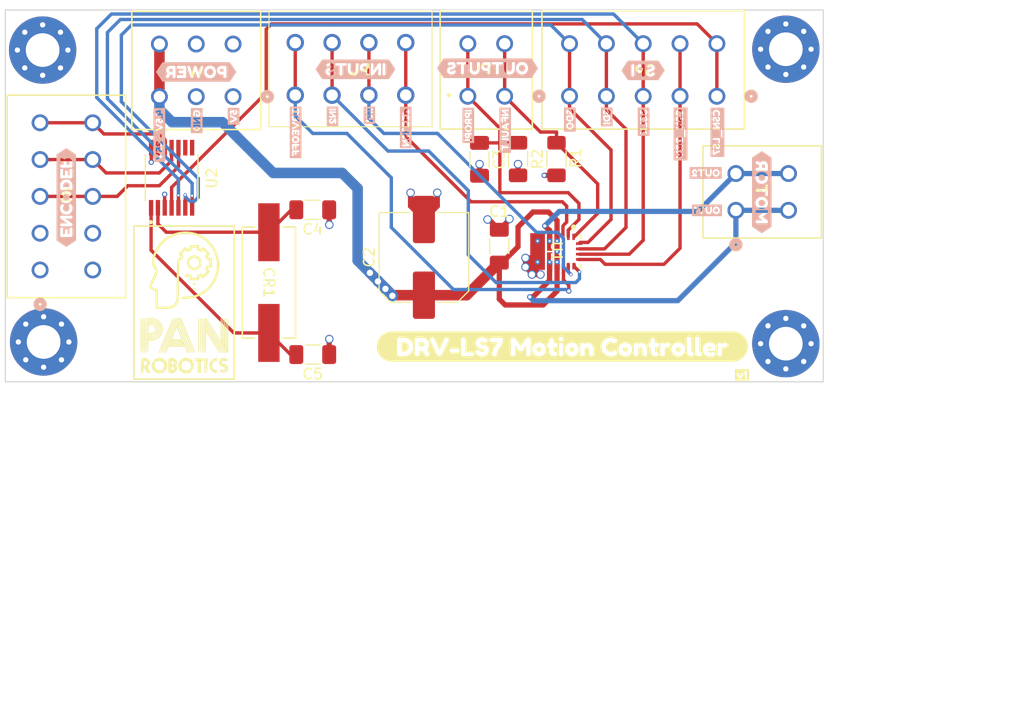
<source format=kicad_pcb>
(kicad_pcb (version 20221018) (generator pcbnew)
  (title_block (title "DRV8243 - LS7366R DC Motion Controller") (date "2024-02-08") (rev "V1") (company "Pan Robotics"))
  (layers (0 "F.Cu" signal) (1 "In1.Cu" power "GND.Cu") (2 "In2.Cu" power "5V.Cu") (31 "B.Cu" signal) (34 "B.Paste" user) (35 "F.Paste" user) (36 "B.SilkS" user "B.Silkscreen") (37 "F.SilkS" user "F.Silkscreen") (38 "B.Mask" user) (39 "F.Mask" user) (44 "Edge.Cuts" user))
  (net 0 "")
  (net 1 "VCC")
  (net 2 "GND")
  (net 3 "IPROPI")
  (net 4 "DRVOFF")
  (net 5 "NFAULT")
  (net 6 "OUT1")
  (net 7 "OUT2")
  (net 8 "SCLK")
  (net 9 "SDI")
  (net 10 "NSLEEP")
  (net 11 "IN2")
  (net 12 "IN1")
  (net 13 "SDO")
  (net 14 "Net-(U2-FCKI)")
  (net 15 "Net-(U2-FCKO)")
  (net 16 "+5V")
  (net 17 "CSN_LS7")
  (net 18 "CSN_DRV")
  (net 19 "I")
  (net 20 "A")
  (net 21 "B")
  (footprint "Resistor_SMD:R_1206_3216Metric_Pad1.30x1.75mm_HandSolder" (layer "F.Cu") (at 112.4712 55.1688 -90)
    (fp_text reference "R1" (at -0.1016 -5.4864 90) (layer "F.SilkS"))
    (fp_text value "5.1K")
    (pad "1" smd roundrect (at -1.55 0 270) (size 1.3 1.75) (layers "F.Cu" "F.Paste" "F.Mask") (roundrect_rratio 0.1923076923) (net 3 "IPROPI"))
    (pad "2" smd roundrect (at 1.55 0 270) (size 1.3 1.75) (layers "F.Cu" "F.Paste" "F.Mask") (roundrect_rratio 0.1923076923) (net 2 "GND"))
  )
  (footprint "1862042 Footprint:CONN_1862042" (layer "F.Cu") (at 107.701198 44.196 180)
    (fp_text reference "J3" (at -1.75 -2.5 180 unlocked) (layer "F.SilkS"))
    (fp_text value "CNTRL_OUT")
    (pad "1" thru_hole circle (at -3.500002 -5 180) (size 1.6002 1.6002) (drill 1.0922) (layers "*.Cu" "*.Mask") (net 5 "NFAULT"))
    (pad "2" thru_hole circle (at -3.500002 0 180) (size 1.6002 1.6002) (drill 1.0922) (layers "*.Cu" "*.Mask") (net 5 "NFAULT"))
    (pad "3" thru_hole circle (at 0.000001 -5 180) (size 1.6002 1.6002) (drill 1.0922) (layers "*.Cu" "*.Mask") (net 3 "IPROPI"))
    (pad "4" thru_hole circle (at 0.000001 0 180) (size 1.6002 1.6002) (drill 1.0922) (layers "*.Cu" "*.Mask") (net 3 "IPROPI"))
  )
  (footprint "DRV8243 Footprint:RXY0014A-MFG" (layer "F.Cu") (at 116.1296 63.964 -90)
    (fp_text reference "U1" (at 0 0 -90 unlocked) (layer "F.SilkS"))
    (fp_text value "DRV8243SQRXYRQ1" hide)
    (pad "1" smd rect (at -1.4 -1.625001 270) (size 0.599999 0.249999) (layers "F.Cu" "F.Paste") (net 5 "NFAULT"))
    (pad "2" smd rect (at -1.4 -1.124999 270) (size 0.599999 0.249999) (layers "F.Cu" "F.Paste") (net 3 "IPROPI"))
    (pad "3" smd rect (at -1.4 -0.625 270) (size 0.599999 0.249999) (layers "F.Cu" "F.Paste") (net 10 "NSLEEP"))
    (pad "4" smd rect (at 0 -0.05 270) (size 3.500001 0.499999) (layers "F.Cu") (net 1 "VCC"))
    (pad "5" smd rect (at -0.9125 0.650001 270) (size 1.675 0.499999) (layers "F.Cu") (net 7 "OUT2"))
    (pad "6" smd rect (at 0 1.799999 270) (size 3.500001 1.4) (layers "F.Cu") (net 2 "GND"))
    (pad "7" smd rect (at 0.9125 0.650001 270) (size 1.675 0.499999) (layers "F.Cu") (net 6 "OUT1"))
    (pad "8" smd rect (at 1.4 -0.625 270) (size 0.599999 0.249999) (layers "F.Cu" "F.Paste") (net 4 "DRVOFF"))
    (pad "9" smd rect (at 1.4 -1.124999 270) (size 0.599999 0.249999) (layers "F.Cu" "F.Paste") (net 12 "IN1"))
    (pad "10" smd rect (at 1.4 -1.625001 270) (size 0.599999 0.249999) (layers "F.Cu" "F.Paste") (net 11 "IN2"))
    (pad "11" smd rect (at 0.750001 -2.150001 270) (size 0.249999 0.599999) (layers "F.Cu" "F.Paste") (net 18 "CSN_DRV"))
    (pad "12" smd rect (at 0.25 -2.150001 270) (size 0.249999 0.599999) (layers "F.Cu" "F.Paste") (net 8 "SCLK"))
    (pad "13" smd rect (at -0.25 -2.150001 270) (size 0.249999 0.599999) (layers "F.Cu" "F.Paste") (net 9 "SDI"))
    (pad "14" smd rect (at -0.750001 -2.150001 270) (size 0.249999 0.599999) (layers "F.Cu" "F.Paste") (net 13 "SDO"))
    (pad "15" thru_hole circle (at -1.000001 -0.05 270) (size 0.499999 0.499999) (drill 0.2032) (layers "*.Cu" "*.Mask"))
    (pad "16" thru_hole circle (at 1.000001 -0.05 270) (size 0.499999 0.499999) (drill 0.2032) (layers "*.Cu" "*.Mask"))
    (pad "17" thru_hole circle (at 0 -0.05 270) (size 0.499999 0.499999) (drill 0.2032) (layers "*.Cu" "*.Mask"))
    (pad "18" thru_hole circle (at -1.000001 0.650001 270) (size 0.499999 0.499999) (drill 0.2032) (layers "*.Cu" "*.Mask"))
    (pad "19" thru_hole circle (at 1.000001 0.650001 270) (size 0.499999 0.499999) (drill 0.2032) (layers "*.Cu" "*.Mask"))
    (pad "20" thru_hole circle (at 1.000001 1.799999 270) (size 0.499999 0.499999) (drill 0.2032) (layers "*.Cu" "*.Mask"))
    (pad "21" thru_hole circle (at -1.000001 1.799999 270) (size 0.499999 0.499999) (drill 0.2032) (layers "*.Cu" "*.Mask"))
  )
  (footprint "1862042 Footprint:CONN_1862042" (layer "F.Cu") (at 138.176 56.545598 90)
    (fp_text reference "J5" (at -1.75 -2.5 90 unlocked) (layer "F.SilkS"))
    (fp_text value "MOTOR")
    (pad "1" thru_hole circle (at -3.500002 -5 90) (size 1.6002 1.6002) (drill 1.0922) (layers "*.Cu" "*.Mask") (net 6 "OUT1"))
    (pad "2" thru_hole circle (at -3.500002 0 90) (size 1.6002 1.6002) (drill 1.0922) (layers "*.Cu" "*.Mask") (net 6 "OUT1"))
    (pad "3" thru_hole circle (at 0.000001 -5 90) (size 1.6002 1.6002) (drill 1.0922) (layers "*.Cu" "*.Mask") (net 7 "OUT2"))
    (pad "4" thru_hole circle (at 0.000001 0 90) (size 1.6002 1.6002) (drill 1.0922) (layers "*.Cu" "*.Mask") (net 7 "OUT2"))
  )
  (footprint "LS7366R_TS Footprint:SOP65P640X120-14N" (layer "F.Cu") (at 79.5528 56.9468 90)
    (fp_text reference "U2" (at -0.0508 3.81 90) (layer "F.SilkS"))
    (fp_text value "LS7366R-TS")
    (pad "1" smd roundrect (at -2.86 -1.95 90) (size 1.49 0.41) (layers "F.Cu" "F.Paste" "F.Mask") (roundrect_rratio 0.05) (net 15 "Net-(U2-FCKO)"))
    (pad "2" smd roundrect (at -2.86 -1.3 90) (size 1.49 0.41) (layers "F.Cu" "F.Paste" "F.Mask") (roundrect_rratio 0.05) (net 14 "Net-(U2-FCKI)"))
    (pad "3" smd roundrect (at -2.86 -0.65 90) (size 1.49 0.41) (layers "F.Cu" "F.Paste" "F.Mask") (roundrect_rratio 0.05) (net 2 "GND"))
    (pad "4" smd roundrect (at -2.86 0 90) (size 1.49 0.41) (layers "F.Cu" "F.Paste" "F.Mask") (roundrect_rratio 0.05) (net 17 "CSN_LS7"))
    (pad "5" smd roundrect (at -2.86 0.65 90) (size 1.49 0.41) (layers "F.Cu" "F.Paste" "F.Mask") (roundrect_rratio 0.05) (net 8 "SCLK"))
    (pad "6" smd roundrect (at -2.86 1.3 90) (size 1.49 0.41) (layers "F.Cu" "F.Paste" "F.Mask") (roundrect_rratio 0.05) (net 13 "SDO"))
    (pad "7" smd roundrect (at -2.86 1.95 90) (size 1.49 0.41) (layers "F.Cu" "F.Paste" "F.Mask") (roundrect_rratio 0.05) (net 9 "SDI"))
    (pad "8" smd roundrect (at 2.86 1.95 90) (size 1.49 0.41) (layers "F.Cu" "F.Paste" "F.Mask") (roundrect_rratio 0.05))
    (pad "9" smd roundrect (at 2.86 1.3 90) (size 1.49 0.41) (layers "F.Cu" "F.Paste" "F.Mask") (roundrect_rratio 0.05))
    (pad "10" smd roundrect (at 2.86 0.65 90) (size 1.49 0.41) (layers "F.Cu" "F.Paste" "F.Mask") (roundrect_rratio 0.05) (net 19 "I"))
    (pad "11" smd roundrect (at 2.86 0 90) (size 1.49 0.41) (layers "F.Cu" "F.Paste" "F.Mask") (roundrect_rratio 0.05) (net 21 "B"))
    (pad "12" smd roundrect (at 2.86 -0.65 90) (size 1.49 0.41) (layers "F.Cu" "F.Paste" "F.Mask") (roundrect_rratio 0.05) (net 20 "A"))
    (pad "13" smd roundrect (at 2.86 -1.3 90) (size 1.49 0.41) (layers "F.Cu" "F.Paste" "F.Mask") (roundrect_rratio 0.05))
    (pad "14" smd roundrect (at 2.86 -1.95 90) (size 1.49 0.41) (layers "F.Cu" "F.Paste" "F.Mask") (roundrect_rratio 0.05) (net 16 "+5V"))
  )
  (footprint "kibuzzard-65C4F368" (layer "F.Cu") (at 116.6876 72.9996)
    (fp_text reference "kibuzzard-65C4F368" hide)
    (fp_text value "G***" hide)
  )
  (footprint "Capacitor_SMD:C_Elec_8x10.2" (layer "F.Cu") (at 103.5304 64.516 90)
    (fp_text reference "C2" (at 0 -5.2 90) (layer "F.SilkS"))
    (fp_text value "100uF")
    (pad "1" smd roundrect (at -3.6 0 90) (size 4.5 2.1) (layers "F.Cu" "F.Paste" "F.Mask") (roundrect_rratio 0.1190480952) (net 1 "VCC"))
    (pad "2" smd roundrect (at 3.6 0 90) (size 4.5 2.1) (layers "F.Cu" "F.Paste" "F.Mask") (roundrect_rratio 0.1190480952) (net 2 "GND"))
  )
  (footprint "kibuzzard-65A7039D" (layer "F.Cu") (at 133.7564 75.692)
    (fp_text reference "kibuzzard-65A7039D" hide)
    (fp_text value "G***" hide)
  )
  (footprint "AS_40_000_18_F_EXT_SMD_TR Footprint:CRYSTAL_RAMI_HC-49&slash_S_STD_RAM" (layer "F.Cu") (at 88.7984 66.9163 -90)
    (fp_text reference "CR1" (at 0 0 -90 unlocked) (layer "F.SilkS"))
    (fp_text value "AS-40.000-18-F-EXT-SMD-TR")
    (pad "1" smd rect (at -4.7879 0 270) (size 5.5118 2.032) (layers "F.Cu" "F.Paste" "F.Mask") (net 14 "Net-(U2-FCKI)"))
    (pad "2" smd rect (at 4.7879 0 270) (size 5.5118 2.032) (layers "F.Cu" "F.Paste" "F.Mask") (net 15 "Net-(U2-FCKO)"))
  )
  (footprint "1862068 Footprint:1862068" (layer "F.Cu") (at 101.8032 49.0944 180)
    (fp_text reference "J2" (at 4.4 2.5 180) (layer "F.SilkS") (effects (font (size 1.27 1.27) (thickness 0.254))))
    (fp_text value "CNTRL_IN" hide)
    (pad "1" thru_hole circle (at 0 0 180) (size 1.65 1.65) (drill 1.1) (layers "*.Cu" "*.Mask") (net 10 "NSLEEP"))
    (pad "2" thru_hole circle (at 0 5 180) (size 1.65 1.65) (drill 1.1) (layers "*.Cu" "*.Mask") (net 10 "NSLEEP"))
    (pad "3" thru_hole circle (at 3.5 0 180) (size 1.65 1.65) (drill 1.1) (layers "*.Cu" "*.Mask") (net 12 "IN1"))
    (pad "4" thru_hole circle (at 3.5 5 180) (size 1.65 1.65) (drill 1.1) (layers "*.Cu" "*.Mask") (net 12 "IN1"))
    (pad "5" thru_hole circle (at 7 0 180) (size 1.65 1.65) (drill 1.1) (layers "*.Cu" "*.Mask") (net 11 "IN2"))
    (pad "6" thru_hole circle (at 7 5 180) (size 1.65 1.65) (drill 1.1) (layers "*.Cu" "*.Mask") (net 11 "IN2"))
    (pad "7" thru_hole circle (at 10.5 0 180) (size 1.65 1.65) (drill 1.1) (layers "*.Cu" "*.Mask") (net 4 "DRVOFF"))
    (pad "8" thru_hole circle (at 10.5 5 180) (size 1.65 1.65) (drill 1.1) (layers "*.Cu" "*.Mask") (net 4 "DRVOFF"))
  )
  (footprint "Capacitor_SMD:C_1206_3216Metric_Pad1.33x1.80mm_HandSolder" (layer "F.Cu") (at 92.964 59.9948 180)
    (fp_text reference "C4" (at 0 -1.85) (layer "F.SilkS"))
    (fp_text value "14pF")
    (pad "1" smd roundrect (at -1.5625 0 180) (size 1.325 1.8) (layers "F.Cu" "F.Paste" "F.Mask") (roundrect_rratio 0.1886792453) (net 2 "GND"))
    (pad "2" smd roundrect (at 1.5625 0 180) (size 1.325 1.8) (layers "F.Cu" "F.Paste" "F.Mask") (roundrect_rratio 0.1886792453) (net 14 "Net-(U2-FCKI)"))
  )
  (footprint "1862055 Footprint:CONN_1862055" (layer "F.Cu") (at 78.394799 44.235101 180)
    (fp_text reference "J1" (at -3.500001 -2.5 180 unlocked) (layer "F.SilkS"))
    (fp_text value "POWER")
    (pad "1" thru_hole circle (at -7.000001 -5 180) (size 1.6002 1.6002) (drill 1.0922) (layers "*.Cu" "*.Mask") (net 16 "+5V"))
    (pad "2" thru_hole circle (at -7.000001 0 180) (size 1.6002 1.6002) (drill 1.0922) (layers "*.Cu" "*.Mask") (net 16 "+5V"))
    (pad "3" thru_hole circle (at -3.500001 -5 180) (size 1.6002 1.6002) (drill 1.0922) (layers "*.Cu" "*.Mask") (net 2 "GND"))
    (pad "4" thru_hole circle (at -3.500001 0 180) (size 1.6002 1.6002) (drill 1.0922) (layers "*.Cu" "*.Mask") (net 2 "GND"))
    (pad "5" thru_hole circle (at 0 -5 180) (size 1.6002 1.6002) (drill 1.0922) (layers "*.Cu" "*.Mask") (net 1 "VCC"))
    (pad "6" thru_hole circle (at 0 0 180) (size 1.6002 1.6002) (drill 1.0922) (layers "*.Cu" "*.Mask") (net 1 "VCC"))
  )
  (footprint "Capacitor_SMD:C_1206_3216Metric_Pad1.33x1.80mm_HandSolder" (layer "F.Cu") (at 92.964 73.7616 180)
    (fp_text reference "C5" (at 0 -1.85) (layer "F.SilkS"))
    (fp_text value "14PF")
    (pad "1" smd roundrect (at -1.5625 0 180) (size 1.325 1.8) (layers "F.Cu" "F.Paste" "F.Mask") (roundrect_rratio 0.1886792453) (net 2 "GND"))
    (pad "2" smd roundrect (at 1.5625 0 180) (size 1.325 1.8) (layers "F.Cu" "F.Paste" "F.Mask") (roundrect_rratio 0.1886792453) (net 15 "Net-(U2-FCKO)"))
  )
  (footprint "MountingHole:MountingHole_3.2mm_M3_Pad_Via" (layer "F.Cu") (at 137.922 44.724656)
    (fp_text reference "H2" hide)
    (fp_text value "MountingHole")
    (pad "1" thru_hole circle (at -2.4 0) (size 0.8 0.8) (drill 0.5) (layers "*.Cu" "*.Mask"))
    (pad "1" thru_hole circle (at -1.697056 -1.697056) (size 0.8 0.8) (drill 0.5) (layers "*.Cu" "*.Mask"))
    (pad "1" thru_hole circle (at -1.697056 1.697056) (size 0.8 0.8) (drill 0.5) (layers "*.Cu" "*.Mask"))
    (pad "1" thru_hole circle (at 0 -2.4) (size 0.8 0.8) (drill 0.5) (layers "*.Cu" "*.Mask"))
    (pad "1" thru_hole circle (at 0 0) (size 6.4 6.4) (drill 3.2) (layers "*.Cu" "*.Mask"))
    (pad "1" thru_hole circle (at 0 2.4) (size 0.8 0.8) (drill 0.5) (layers "*.Cu" "*.Mask"))
    (pad "1" thru_hole circle (at 1.697056 -1.697056) (size 0.8 0.8) (drill 0.5) (layers "*.Cu" "*.Mask"))
    (pad "1" thru_hole circle (at 1.697056 1.697056) (size 0.8 0.8) (drill 0.5) (layers "*.Cu" "*.Mask"))
    (pad "1" thru_hole circle (at 2.4 0) (size 0.8 0.8) (drill 0.5) (layers "*.Cu" "*.Mask"))
  )
  (footprint "MountingHole:MountingHole_3.2mm_M3_Pad_Via" (layer "F.Cu") (at 67.390944 72.563056)
    (fp_text reference "H3" hide)
    (fp_text value "MountingHole")
    (pad "1" thru_hole circle (at -2.4 0) (size 0.8 0.8) (drill 0.5) (layers "*.Cu" "*.Mask"))
    (pad "1" thru_hole circle (at -1.697056 -1.697056) (size 0.8 0.8) (drill 0.5) (layers "*.Cu" "*.Mask"))
    (pad "1" thru_hole circle (at -1.697056 1.697056) (size 0.8 0.8) (drill 0.5) (layers "*.Cu" "*.Mask"))
    (pad "1" thru_hole circle (at 0 -2.4) (size 0.8 0.8) (drill 0.5) (layers "*.Cu" "*.Mask"))
    (pad "1" thru_hole circle (at 0 0) (size 6.4 6.4) (drill 3.2) (layers "*.Cu" "*.Mask"))
    (pad "1" thru_hole circle (at 0 2.4) (size 0.8 0.8) (drill 0.5) (layers "*.Cu" "*.Mask"))
    (pad "1" thru_hole circle (at 1.697056 -1.697056) (size 0.8 0.8) (drill 0.5) (layers "*.Cu" "*.Mask"))
    (pad "1" thru_hole circle (at 1.697056 1.697056) (size 0.8 0.8) (drill 0.5) (layers "*.Cu" "*.Mask"))
    (pad "1" thru_hole circle (at 2.4 0) (size 0.8 0.8) (drill 0.5) (layers "*.Cu" "*.Mask"))
  )
  (footprint "Resistor_SMD:R_1206_3216Metric_Pad1.30x1.75mm_HandSolder" (layer "F.Cu") (at 116.1288 55.1688 90)
    (fp_text reference "R2" (at 0 -1.82 90) (layer "F.SilkS"))
    (fp_text value "10K")
    (pad "1" smd roundrect (at -1.55 0 90) (size 1.3 1.75) (layers "F.Cu" "F.Paste" "F.Mask") (roundrect_rratio 0.1923076923) (net 16 "+5V"))
    (pad "2" smd roundrect (at 1.55 0 90) (size 1.3 1.75) (layers "F.Cu" "F.Paste" "F.Mask") (roundrect_rratio 0.1923076923) (net 5 "NFAULT"))
  )
  (footprint "1862071 Footprint:CONN_1862071" (layer "F.Cu") (at 72.056 51.719599 90)
    (fp_text reference "J6" (at -7.000001 -2.5 90 unlocked) (layer "F.SilkS"))
    (fp_text value "Encoder")
    (pad "1" thru_hole circle (at -14.000003 -5 90) (size 1.6002 1.6002) (drill 1.0922) (layers "*.Cu" "*.Mask") (net 16 "+5V"))
    (pad "2" thru_hole circle (at -14.000003 0 90) (size 1.6002 1.6002) (drill 1.0922) (layers "*.Cu" "*.Mask") (net 16 "+5V"))
    (pad "3" thru_hole circle (at -10.500002 -5 90) (size 1.6002 1.6002) (drill 1.0922) (layers "*.Cu" "*.Mask") (net 2 "GND"))
    (pad "4" thru_hole circle (at -10.500002 0 90) (size 1.6002 1.6002) (drill 1.0922) (layers "*.Cu" "*.Mask") (net 2 "GND"))
    (pad "5" thru_hole circle (at -7.000001 -5 90) (size 1.6002 1.6002) (drill 1.0922) (layers "*.Cu" "*.Mask") (net 19 "I"))
    (pad "6" thru_hole circle (at -7.000001 0 90) (size 1.6002 1.6002) (drill 1.0922) (layers "*.Cu" "*.Mask") (net 19 "I"))
    (pad "7" thru_hole circle (at -3.500001 -5 90) (size 1.6002 1.6002) (drill 1.0922) (layers "*.Cu" "*.Mask") (net 21 "B"))
    (pad "8" thru_hole circle (at -3.500001 0 90) (size 1.6002 1.6002) (drill 1.0922) (layers "*.Cu" "*.Mask") (net 21 "B"))
    (pad "9" thru_hole circle (at 0 -5 90) (size 1.6002 1.6002) (drill 1.0922) (layers "*.Cu" "*.Mask") (net 20 "A"))
    (pad "10" thru_hole circle (at 0 0 90) (size 1.6002 1.6002) (drill 1.0922) (layers "*.Cu" "*.Mask") (net 20 "A"))
  )
  (footprint "Logos:Pan-Robotics2-Logo2" (layer "F.Cu") (at 80.7212 68.834)
    (fp_text reference "G***")
    (fp_text value "LOGO" hide)
  )
  (footprint "Capacitor_SMD:C_1206_3216Metric_Pad1.33x1.80mm_HandSolder" (layer "F.Cu") (at 108.8136 55.1936 -90)
    (fp_text reference "C3" (at 0 -1.85 90) (layer "F.SilkS"))
    (fp_text value "100nF")
    (pad "1" smd roundrect (at -1.5625 0 270) (size 1.325 1.8) (layers "F.Cu" "F.Paste" "F.Mask") (roundrect_rratio 0.1886792453) (net 3 "IPROPI"))
    (pad "2" smd roundrect (at 1.5625 0 270) (size 1.325 1.8) (layers "F.Cu" "F.Paste" "F.Mask") (roundrect_rratio 0.1886792453) (net 2 "GND"))
  )
  (footprint "Capacitor_SMD:C_1206_3216Metric_Pad1.33x1.80mm_HandSolder" (layer "F.Cu") (at 110.6932 63.456 90)
    (fp_text reference "C1" (at 3.302 0 180) (layer "F.SilkS"))
    (fp_text value "100nF")
    (pad "1" smd roundrect (at -1.5625 0 90) (size 1.325 1.8) (layers "F.Cu" "F.Paste" "F.Mask") (roundrect_rratio 0.1886792453) (net 1 "VCC"))
    (pad "2" smd roundrect (at 1.5625 0 90) (size 1.325 1.8) (layers "F.Cu" "F.Paste" "F.Mask") (roundrect_rratio 0.1886792453) (net 2 "GND"))
  )
  (footprint "1862071 Footprint:CONN_1862071" (layer "F.Cu") (at 117.368797 44.196 180)
    (fp_text reference "J4" (at -7.000001 -2.5 180 unlocked) (layer "F.SilkS"))
    (fp_text value "SPI")
    (pad "1" thru_hole circle (at -14.000003 -5 180) (size 1.6002 1.6002) (drill 1.0922) (layers "*.Cu" "*.Mask") (net 17 "CSN_LS7"))
    (pad "2" thru_hole circle (at -14.000003 0 180) (size 1.6002 1.6002) (drill 1.0922) (layers "*.Cu" "*.Mask") (net 17 "CSN_LS7"))
    (pad "3" thru_hole circle (at -10.500002 -5 180) (size 1.6002 1.6002) (drill 1.0922) (layers "*.Cu" "*.Mask") (net 18 "CSN_DRV"))
    (pad "4" thru_hole circle (at -10.500002 0 180) (size 1.6002 1.6002) (drill 1.0922) (layers "*.Cu" "*.Mask") (net 18 "CSN_DRV"))
    (pad "5" thru_hole circle (at -7.000001 -5 180) (size 1.6002 1.6002) (drill 1.0922) (layers "*.Cu" "*.Mask") (net 8 "SCLK"))
    (pad "6" thru_hole circle (at -7.000001 0 180) (size 1.6002 1.6002) (drill 1.0922) (layers "*.Cu" "*.Mask") (net 8 "SCLK"))
    (pad "7" thru_hole circle (at -3.500001 -5 180) (size 1.6002 1.6002) (drill 1.0922) (layers "*.Cu" "*.Mask") (net 9 "SDI"))
    (pad "8" thru_hole circle (at -3.500001 0 180) (size 1.6002 1.6002) (drill 1.0922) (layers "*.Cu" "*.Mask") (net 9 "SDI"))
    (pad "9" thru_hole circle (at 0 -5 180) (size 1.6002 1.6002) (drill 1.0922) (layers "*.Cu" "*.Mask") (net 13 "SDO"))
    (pad "10" thru_hole circle (at 0 0 180) (size 1.6002 1.6002) (drill 1.0922) (layers "*.Cu" "*.Mask") (net 13 "SDO"))
  )
  (footprint "MountingHole:MountingHole_3.2mm_M3_Pad_Via" (layer "F.Cu") (at 67.2976 44.8056)
    (fp_text reference "H1" hide)
    (fp_text value "MountingHole")
    (pad "1" thru_hole circle (at -2.4 0) (size 0.8 0.8) (drill 0.5) (layers "*.Cu" "*.Mask"))
    (pad "1" thru_hole circle (at -1.697056 -1.697056) (size 0.8 0.8) (drill 0.5) (layers "*.Cu" "*.Mask"))
    (pad "1" thru_hole circle (at -1.697056 1.697056) (size 0.8 0.8) (drill 0.5) (layers "*.Cu" "*.Mask"))
    (pad "1" thru_hole circle (at 0 -2.4) (size 0.8 0.8) (drill 0.5) (layers "*.Cu" "*.Mask"))
    (pad "1" thru_hole circle (at 0 0) (size 6.4 6.4) (drill 3.2) (layers "*.Cu" "*.Mask"))
    (pad "1" thru_hole circle (at 0 2.4) (size 0.8 0.8) (drill 0.5) (layers "*.Cu" "*.Mask"))
    (pad "1" thru_hole circle (at 1.697056 -1.697056) (size 0.8 0.8) (drill 0.5) (layers "*.Cu" "*.Mask"))
    (pad "1" thru_hole circle (at 1.697056 1.697056) (size 0.8 0.8) (drill 0.5) (layers "*.Cu" "*.Mask"))
    (pad "1" thru_hole circle (at 2.4 0) (size 0.8 0.8) (drill 0.5) (layers "*.Cu" "*.Mask"))
  )
  (footprint "MountingHole:MountingHole_3.2mm_M3_Pad_Via" (layer "F.Cu") (at 137.922 72.724944)
    (fp_text reference "H4" hide)
    (fp_text value "MountingHole")
    (pad "1" thru_hole circle (at -2.4 0) (size 0.8 0.8) (drill 0.5) (layers "*.Cu" "*.Mask"))
    (pad "1" thru_hole circle (at -1.697056 -1.697056) (size 0.8 0.8) (drill 0.5) (layers "*.Cu" "*.Mask"))
    (pad "1" thru_hole circle (at -1.697056 1.697056) (size 0.8 0.8) (drill 0.5) (layers "*.Cu" "*.Mask"))
    (pad "1" thru_hole circle (at 0 -2.4) (size 0.8 0.8) (drill 0.5) (layers "*.Cu" "*.Mask"))
    (pad "1" thru_hole circle (at 0 0) (size 6.4 6.4) (drill 3.2) (layers "*.Cu" "*.Mask"))
    (pad "1" thru_hole circle (at 0 2.4) (size 0.8 0.8) (drill 0.5) (layers "*.Cu" "*.Mask"))
    (pad "1" thru_hole circle (at 1.697056 -1.697056) (size 0.8 0.8) (drill 0.5) (layers "*.Cu" "*.Mask"))
    (pad "1" thru_hole circle (at 1.697056 1.697056) (size 0.8 0.8) (drill 0.5) (layers "*.Cu" "*.Mask"))
    (pad "1" thru_hole circle (at 2.4 0) (size 0.8 0.8) (drill 0.5) (layers "*.Cu" "*.Mask"))
  )
  (footprint "kibuzzard-65C504A9" (layer "B.Cu") (at 69.5452 58.8264 90)
    (fp_text reference "kibuzzard-65C504A9" hide)
    (fp_text value "G***" hide)
  )
  (footprint "kibuzzard-65C4F8D9" (layer "B.Cu") (at 127.9144 52.7812 -90)
    (fp_text reference "kibuzzard-65C4F8D9" hide)
    (fp_text value "G***" hide)
  )
  (footprint "kibuzzard-65C4F282" (layer "B.Cu") (at 85.4456 51.1048 -90)
    (fp_text reference "kibuzzard-65C4F282" hide)
    (fp_text value "G***" hide)
  )
  (footprint "kibuzzard-65BE5BEC" (layer "B.Cu") (at 124.4092 51.6128 -90)
    (fp_text reference "kibuzzard-65BE5BEC" hide)
    (fp_text value "G***" hide)
  )
  (footprint "kibuzzard-65A6FFF9" (layer "B.Cu") (at 97.028 46.6344 180)
    (fp_text reference "kibuzzard-65A6FFF9" hide)
    (fp_text value "G***" hide)
  )
  (footprint "kibuzzard-65A70003" (layer "B.Cu") (at 109.5756 46.5328 180)
    (fp_text reference "kibuzzard-65A70003" hide)
    (fp_text value "G***" hide)
  )
  (footprint "kibuzzard-65A6FCD9" (layer "B.Cu") (at 94.8436 51.1048 -90)
    (fp_text reference "kibuzzard-65A6FCD9" hide)
    (fp_text value "G***" hide)
  )
  (footprint "kibuzzard-65C4F8EC" (layer "B.Cu") (at 131.4196 52.6288 -90)
    (fp_text reference "kibuzzard-65C4F8EC" hide)
    (fp_text value "G***" hide)
  )
  (footprint "kibuzzard-65A6FD36" (layer "B.Cu") (at 130.429 60.0456 180)
    (fp_text reference "kibuzzard-65A6FD36" hide)
    (fp_text value "G***" hide)
  )
  (footprint "kibuzzard-65A6FCCE" (layer "B.Cu") (at 101.8032 52.1716 90)
    (fp_text reference "kibuzzard-65A6FCCE" hide)
    (fp_text value "G***" hide)
  )
  (footprint "kibuzzard-65A6FC0C" (layer "B.Cu") (at 81.9404 51.5112 -90)
    (fp_text reference "kibuzzard-65A6FC0C" hide)
    (fp_text value "G***" hide)
  )
  (footprint "kibuzzard-65A7001B" (layer "B.Cu") (at 135.636 58.3184 90)
    (fp_text reference "kibuzzard-65A7001B" hide)
    (fp_text value "G***" hide)
  )
  (footprint "kibuzzard-65BE5BF3" (layer "B.Cu") (at 120.904 51.1556 -90)
    (fp_text reference "kibuzzard-65BE5BF3" hide)
    (fp_text value "G***" hide)
  )
  (footprint "kibuzzard-65A7000E" (layer "B.Cu") (at 81.8896 46.8884 180)
    (fp_text reference "kibuzzard-65A7000E" hide)
    (fp_text value "G***" hide)
  )
  (footprint "kibuzzard-65BE5B8E" (layer "B.Cu") (at 91.3384 52.6288 -90)
    (fp_text reference "kibuzzard-65BE5B8E" hide)
    (fp_text value "G***" hide)
  )
  (footprint "kibuzzard-65A6FCAC" (layer "B.Cu") (at 98.3488 51.0032 -90)
    (fp_text reference "kibuzzard-65A6FCAC" hide)
    (fp_text value "G***" hide)
  )
  (footprint "kibuzzard-65A6FD3E" (layer "B.Cu") (at 130.302 56.4896 180)
    (fp_text reference "kibuzzard-65A6FD3E" hide)
    (fp_text value "G***" hide)
  )
  (footprint "kibuzzard-65A6FCE2" (layer "B.Cu") (at 111.252 52.4256 -90)
    (fp_text reference "kibuzzard-65A6FCE2" hide)
    (fp_text value "G***" hide)
  )
  (footprint "kibuzzard-65BE5BFB" (layer "B.Cu") (at 117.3988 51.4096 -90)
    (fp_text reference "kibuzzard-65BE5BFB" hide)
    (fp_text value "G***" hide)
  )
  (footprint "kibuzzard-65A6FD04" (layer "B.Cu") (at 107.7468 51.9684 -90)
    (fp_text reference "kibuzzard-65A6FD04" hide)
    (fp_text value "G***" hide)
  )
  (footprint "kibuzzard-65BE5B66" (layer "B.Cu") (at 78.3844 52.8828 -90)
    (fp_text reference "kibuzzard-65BE5B66" hide)
    (fp_text value "G***" hide)
  )
  (footprint "kibuzzard-65BE5C3B" (layer "B.Cu") (at 124.3584 46.736 180)
    (fp_text reference "kibuzzard-65BE5C3B" hide)
    (fp_text value "G***" hide)
  )
  (gr_rect (start 63.754 40.9956) (end 141.478 76.3524) (stroke (width 0.1)) (fill none) (layer "Edge.Cuts"))
  (segment (start 78.394799 44.235101) (end 78.394799 49.235101) (width 1) (layer "F.Cu") (net 1))
  (segment (start 115.3668 60.2048) (end 113.8936 60.2048) (width 0.5) (layer "F.Cu") (net 1))
  (segment (start 110.9595 65.0185) (end 110.6932 65.0185) (width 0.5) (layer "F.Cu") (net 1))
  (segment (start 116.1796 62.948) (end 116.1796 61.0176) (width 0.5) (layer "F.Cu") (net 1))
  (segment (start 116.1796 65.1832) (end 116.1796 67.7232) (width 0.5) (layer "F.Cu") (net 1))
  (segment (start 103.5304 68.116) (end 107.5957 68.116) (width 1) (layer "F.Cu") (net 1))
  (segment (start 100.5264 68.116) (end 103.5304 68.116) (width 1) (layer "F.Cu") (net 1))
  (segment (start 98.3996 65.9892) (end 100.5264 68.116) (width 1) (layer "F.Cu") (net 1))
  (segment (start 116.1796 67.7232) (end 114.8588 69.044) (width 0.5) (layer "F.Cu") (net 1))
  (segment (start 114.8588 69.044) (end 111.252 69.044) (width 0.5) (layer "F.Cu") (net 1))
  (segment (start 112.4712 61.6272) (end 112.4712 63.5068) (width 0.5) (layer "F.Cu") (net 1))
  (segment (start 113.8936 60.2048) (end 112.4712 61.6272) (width 0.5) (layer "F.Cu") (net 1))
  (segment (start 112.4712 63.5068) (end 110.9595 65.0185) (width 0.5) (layer "F.Cu") (net 1))
  (segment (start 111.252 69.044) (end 110.6932 68.4852) (width 0.5) (layer "F.Cu") (net 1))
  (segment (start 110.6932 68.4852) (end 110.6932 65.0185) (width 0.5) (layer "F.Cu") (net 1))
  (segment (start 107.5957 68.116) (end 110.6932 65.0185) (width 1) (layer "F.Cu") (net 1))
  (segment (start 116.1796 61.0176) (end 115.3668 60.2048) (width 0.5) (layer "F.Cu") (net 1))
  (via (at 99.1616 66.802) (size 0.8) (drill 0.6) (layers "F.Cu" "B.Cu") (net 1))
  (via (at 98.3996 65.9892) (size 0.8) (drill 0.6) (layers "F.Cu" "B.Cu") (net 1))
  (via (at 99.8728 67.5132) (size 0.8) (drill 0.6) (layers "F.Cu" "B.Cu") (net 1))
  (via (at 100.5332 68.1736) (size 0.8) (drill 0.6) (layers "F.Cu" "B.Cu") (net 1))
  (segment (start 99.1616 66.7512) (end 99.1616 66.802) (width 1) (layer "B.Cu") (net 1))
  (segment (start 84.3788 51.6636) (end 89.2048 56.4896) (width 1) (layer "B.Cu") (net 1))
  (segment (start 99.1616 66.802) (end 99.2124 66.802) (width 1) (layer "B.Cu") (net 1))
  (segment (start 98.3996 65.9892) (end 99.1616 66.7512) (width 1) (layer "B.Cu") (net 1))
  (segment (start 99.2124 66.802) (end 99.8728 67.4624) (width 1) (layer "B.Cu") (net 1))
  (segment (start 78.394799 49.235101) (end 78.394799 50.454799) (width 1) (layer "B.Cu") (net 1))
  (segment (start 79.6036 51.6636) (end 84.3788 51.6636) (width 1) (layer "B.Cu") (net 1))
  (segment (start 99.8728 67.4624) (end 99.8728 67.5132) (width 1) (layer "B.Cu") (net 1))
  (segment (start 78.394799 50.454799) (end 79.6036 51.6636) (width 1) (layer "B.Cu") (net 1))
  (segment (start 100.5332 68.1228) (end 100.5332 68.1736) (width 1) (layer "B.Cu") (net 1))
  (segment (start 97.2312 64.8208) (end 98.3996 65.9892) (width 1) (layer "B.Cu") (net 1))
  (segment (start 100.584 68.1736) (end 100.5332 68.1228) (width 1) (layer "B.Cu") (net 1))
  (segment (start 99.8728 67.5132) (end 99.9236 67.5132) (width 1) (layer "B.Cu") (net 1))
  (segment (start 89.2048 56.4896) (end 95.758 56.4896) (width 1) (layer "B.Cu") (net 1))
  (segment (start 95.758 56.4896) (end 97.2312 57.9628) (width 1) (layer "B.Cu") (net 1))
  (segment (start 100.5332 68.1736) (end 100.584 68.1736) (width 1) (layer "B.Cu") (net 1))
  (segment (start 99.9236 67.5132) (end 100.5332 68.1228) (width 1) (layer "B.Cu") (net 1))
  (segment (start 97.2312 57.9628) (end 97.2312 64.8208) (width 1) (layer "B.Cu") (net 1))
  (segment (start 113.629602 64.663999) (end 114.329601 63.964) (width 0.5) (layer "F.Cu") (net 2))
  (segment (start 94.5265 73.7616) (end 94.5265 72.3007) (width 0.5) (layer "F.Cu") (net 2))
  (segment (start 114.524051 66.1484) (end 113.629602 65.253951) (width 0.5) (layer "F.Cu") (net 2))
  (segment (start 108.8136 56.8069) (end 108.8136 55.6508) (width 0.5) (layer "F.Cu") (net 2))
  (segment (start 113.1824 64.5736) (end 113.720001 64.5736) (width 0.5) (layer "F.Cu") (net 2))
  (segment (start 113.720001 64.5736) (end 114.329601 63.964) (width 0.5) (layer "F.Cu") (net 2))
  (segment (start 114.6048 66.1484) (end 113.792 66.1484) (width 0.5) (layer "F.Cu") (net 2))
  (segment (start 113.792 66.1484) (end 113.792 66.0468) (width 0.5) (layer "F.Cu") (net 2))
  (segment (start 78.8924 59.8932) (end 78.8924 58.5216) (width 0.32) (layer "F.Cu") (net 2))
  (segment (start 102.2604 59.646) (end 103.5304 60.916) (width 0.5) (layer "F.Cu") (net 2))
  (segment (start 94.5265 61.4049) (end 94.5388 61.4172) (width 0.5) (layer "F.Cu") (net 2))
  (segment (start 94.5265 72.1991) (end 94.5388 72.1868) (width 0.5) (layer "F.Cu") (net 2))
  (segment (start 104.8004 59.646) (end 103.5304 60.916) (width 0.5) (layer "F.Cu") (net 2))
  (segment (start 109.5756 60.916) (end 109.7157 60.916) (width 0.5) (layer "F.Cu") (net 2))
  (segment (start 111.6584 60.9283) (end 110.6932 61.8935) (width 0.5) (layer "F.Cu") (net 2))
  (segment (start 114.6048 66.1484) (end 114.524051 66.1484) (width 0.5) (layer "F.Cu") (net 2))
  (segment (start 78.8924 58.5216) (end 78.8924 58.674) (width 0.32) (layer "F.Cu") (net 2))
  (segment (start 94.5265 72.3007) (end 94.5388 72.2884) (width 0.5) (layer "F.Cu") (net 2))
  (segment (start 94.5265 72.2761) (end 94.5265 72.1991) (width 0.5) (layer "F.Cu") (net 2))
  (segment (start 102.2604 58.376) (end 102.2604 59.646) (width 0.5) (layer "F.Cu") (net 2))
  (segment (start 113.629602 65.253951) (end 113.629602 64.663999) (width 0.5) (layer "F.Cu") (net 2))
  (segment (start 104.8004 58.376) (end 104.8004 59.646) (width 0.5) (layer "F.Cu") (net 2))
  (segment (start 94.5388 72.2884) (end 94.5265 72.2761) (width 0.5) (layer "F.Cu") (net 2))
  (segment (start 109.7157 60.916) (end 110.6932 61.8935) (width 0.5) (layer "F.Cu") (net 2))
  (segment (start 113.792 66.0468) (end 113.1824 65.4372) (width 0.5) (layer "F.Cu") (net 2))
  (segment (start 94.5265 59.9948) (end 94.5265 61.4049) (width 0.5) (layer "F.Cu") (net 2))
  (segment (start 112.4712 56.7944) (end 112.4712 55.6508) (width 0.5) (layer "F.Cu") (net 2))
  (segment (start 111.6584 60.8652) (end 111.6584 60.9283) (width 0.5) (layer "F.Cu") (net 2))
  (segment (start 113.1824 65.4372) (end 113.1824 64.5736) (width 0.5) (layer "F.Cu") (net 2))
  (via (at 109.5756 60.916) (size 0.8) (drill 0.6) (layers "F.Cu" "B.Cu") (net 2))
  (via (at 113.792 66.1484) (size 0.8) (drill 0.6) (layers "F.Cu" "B.Cu") (net 2))
  (via (at 78.8924 58.5216) (size 0.5) (drill 0.3) (layers "F.Cu" "B.Cu") (net 2))
  (via (at 111.6584 60.8652) (size 0.8) (drill 0.6) (layers "F.Cu" "B.Cu") (net 2))
  (via (at 94.5388 61.4172) (size 0.8) (drill 0.6) (layers "F.Cu" "B.Cu") (net 2))
  (via (at 102.2604 58.376) (size 0.8) (drill 0.6) (layers "F.Cu" "B.Cu") (net 2))
  (via (at 114.6048 66.1484) (size 0.8) (drill 0.6) (layers "F.Cu" "B.Cu") (net 2))
  (via (at 104.8004 58.376) (size 0.8) (drill 0.6) (layers "F.Cu" "B.Cu") (net 2))
  (via (at 94.5388 72.2884) (size 0.8) (drill 0.6) (layers "F.Cu" "B.Cu") (net 2))
  (via (at 108.8136 55.6508) (size 0.8) (drill 0.6) (layers "F.Cu" "B.Cu") (net 2))
  (via (at 113.1824 65.4372) (size 0.8) (drill 0.6) (layers "F.Cu" "B.Cu") (net 2))
  (via (at 113.1824 64.5736) (size 0.8) (drill 0.6) (layers "F.Cu" "B.Cu") (net 2))
  (via (at 112.4712 55.6508) (size 0.8) (drill 0.6) (layers "F.Cu" "B.Cu") (net 2))
  (segment (start 110.744 53.7464) (end 110.6287 53.6311) (width 0.32) (layer "F.Cu") (net 3))
  (segment (start 117.2584 61.92) (end 118.2624 60.916) (width 0.32) (layer "F.Cu") (net 3))
  (segment (start 110.744 53.7464) (end 110.8716 53.6188) (width 0.32) (layer "F.Cu") (net 3))
  (segment (start 107.701197 49.196) (end 107.701197 44.196) (width 0.32) (layer "F.Cu") (net 3))
  (segment (start 110.744 52.238803) (end 107.701197 49.196) (width 0.32) (layer "F.Cu") (net 3))
  (segment (start 118.2624 59.3852) (end 117.2464 58.3692) (width 0.32) (layer "F.Cu") (net 3))
  (segment (start 110.8716 53.6188) (end 112.4712 53.6188) (width 0.32) (layer "F.Cu") (net 3))
  (segment (start 110.744 53.7464) (end 110.744 52.238803) (width 0.32) (layer "F.Cu") (net 3))
  (segment (start 117.2464 58.3692) (end 110.744 58.3692) (width 0.32) (layer "F.Cu") (net 3))
  (segment (start 118.2624 60.916) (end 118.2624 59.3852) (width 0.32) (layer "F.Cu") (net 3))
  (segment (start 117.2464 61.932) (end 117.2464 62.5416) (width 0.32) (layer "F.Cu") (net 3))
  (segment (start 110.6287 53.6311) (end 108.8136 53.6311) (width 0.32) (layer "F.Cu") (net 3))
  (segment (start 117.2584 61.932) (end 117.2584 61.92) (width 0.32) (layer "F.Cu") (net 3))
  (segment (start 110.744 58.3692) (end 110.744 53.7464) (width 0.32) (layer "F.Cu") (net 3))
  (segment (start 116.7892 65.3356) (end 116.7892 66.0468) (width 0.32) (layer "F.Cu") (net 4))
  (segment (start 116.7892 65.9452) (end 116.7892 66.6564) (width 0.32) (layer "F.Cu") (net 4))
  (segment (start 117.2972 67.1644) (end 117.2972 67.7232) (width 0.32) (layer "F.Cu") (net 4))
  (segment (start 91.3032 44.0944) (end 91.3032 49.0944) (width 0.32) (layer "F.Cu") (net 4))
  (segment (start 116.7892 66.6564) (end 117.2972 67.1644) (width 0.32) (layer "F.Cu") (net 4))
  (via (at 117.2972 67.7232) (size 0.5) (drill 0.3) (layers "F.Cu" "B.Cu") (net 4))
  (segment (start 96.2152 52.7304) (end 92.964 52.7304) (width 0.32) (layer "B.Cu") (net 4))
  (segment (start 91.3032 51.0696) (end 91.3032 49.0944) (width 0.32) (layer "B.Cu") (net 4))
  (segment (start 117.1448 67.5708) (end 106.3312 67.5708) (width 0.32) (layer "B.Cu") (net 4))
  (segment (start 100.4316 56.9468) (end 96.2152 52.7304) (width 0.32) (layer "B.Cu") (net 4))
  (segment (start 92.964 52.7304) (end 91.3032 51.0696) (width 0.32) (layer "B.Cu") (net 4))
  (segment (start 100.4316 61.6712) (end 100.4316 56.9468) (width 0.32) (layer "B.Cu") (net 4))
  (segment (start 106.3312 67.5708) (end 100.4316 61.6712) (width 0.32) (layer "B.Cu") (net 4))
  (segment (start 117.2972 67.7232) (end 117.1448 67.5708) (width 0.32) (layer "B.Cu") (net 4))
  (segment (start 117.8306 62.5416) (end 119.5451 60.8271) (width 0.32) (layer "F.Cu") (net 5))
  (segment (start 116.1288 53.6188) (end 116.1288 52.5996) (width 0.32) (layer "F.Cu") (net 5))
  (segment (start 114.6048 52.5996) (end 111.2012 49.196) (width 0.32) (layer "F.Cu") (net 5))
  (segment (start 116.1288 52.5996) (end 114.6048 52.5996) (width 0.32) (layer "F.Cu") (net 5))
  (segment (start 120.0404 60.3318) (end 120.0404 57.5304) (width 0.32) (layer "F.Cu") (net 5))
  (segment (start 111.2012 49.196) (end 111.2012 44.196) (width 0.32) (layer "F.Cu") (net 5))
  (segment (start 119.5451 60.8271) (end 120.0404 60.3318) (width 0.32) (layer "F.Cu") (net 5))
  (segment (start 120.0404 57.5304) (end 116.1288 53.6188) (width 0.32) (layer "F.Cu") (net 5))
  (segment (start 113.8936 68.282) (end 115.4684 66.7072) (width 0.5) (layer "F.Cu") (net 6))
  (segment (start 115.4684 65.7928) (end 115.4684 64.9292) (width 0.5) (layer "F.Cu") (net 6))
  (segment (start 115.4684 66.7072) (end 115.4684 65.8436) (width 0.5) (layer "F.Cu") (net 6))
  (segment (start 113.5888 68.282) (end 113.8936 68.282) (width 0.5) (layer "F.Cu") (net 6))
  (via (at 113.5888 68.282) (size 0.5) (drill 0.3) (layers "F.Cu" "B.Cu") (net 6))
  (segment (start 113.5888 68.282) (end 113.9444 68.6376) (width 0.5) (layer "B.Cu") (net 6))
  (segment (start 133.176 60.0456) (end 138.176 60.0456) (width 0.5) (layer "B.Cu") (net 6))
  (segment (start 127.6536 68.6376) (end 133.176 63.1152) (width 0.5) (layer "B.Cu") (net 6))
  (segment (start 113.9444 68.6376) (end 127.6536 68.6376) (width 0.5) (layer "B.Cu") (net 6))
  (segment (start 133.176 63.1152) (end 133.176 60.0456) (width 0.5) (layer "B.Cu") (net 6))
  (segment (start 115.4684 61.932) (end 115.4176 61.932) (width 0.5) (layer "F.Cu") (net 7))
  (segment (start 115.4684 63.1512) (end 115.4684 61.932) (width 0.5) (layer "F.Cu") (net 7))
  (segment (start 115.4176 61.932) (end 115.0112 61.5256) (width 0.5) (layer "F.Cu") (net 7))
  (via (at 115.0112 61.5256) (size 0.5) (drill 0.3) (layers "F.Cu" "B.Cu") (net 7))
  (segment (start 115.0112 61.5256) (end 116.3896 60.1472) (width 0.5) (layer "B.Cu") (net 7))
  (segment (start 116.3896 60.1472) (end 129.574397 60.1472) (width 0.5) (layer "B.Cu") (net 7))
  (segment (start 129.574397 60.1472) (end 133.176 56.545597) (width 0.5) (layer "B.Cu") (net 7))
  (segment (start 133.176 56.545597) (end 138.176 56.545597) (width 0.5) (layer "B.Cu") (net 7))
  (segment (start 80.2028 58.6232) (end 80.2028 59.8068) (width 0.32) (layer "F.Cu") (net 8))
  (segment (start 124.368798 49.196) (end 124.368798 44.196) (width 0.32) (layer "F.Cu") (net 8))
  (segment (start 124.368798 62.886802) (end 123.0376 64.218) (width 0.32) (layer "F.Cu") (net 8))
  (segment (start 124.368798 49.196) (end 124.368798 62.886802) (width 0.32) (layer "F.Cu") (net 8))
  (segment (start 120.7008 64.218) (end 123.0376 64.218) (width 0.32) (layer "F.Cu") (net 8))
  (segment (start 118.3132 64.218) (end 120.65 64.218) (width 0.32) (layer "F.Cu") (net 8))
  (via (at 80.2028 58.6232) (size 0.3) (drill 0.2) (layers "F.Cu" "B.Cu") (net 8))
  (segment (start 73.8364 41.378) (end 121.550798 41.378) (width 0.32) (layer "B.Cu") (net 8))
  (segment (start 72.4408 42.7736) (end 73.8364 41.378) (width 0.32) (layer "B.Cu") (net 8))
  (segment (start 80.2028 58.6232) (end 80.2028 57.0888) (width 0.32) (layer "B.Cu") (net 8))
  (segment (start 80.2028 57.0888) (end 72.4408 49.3268) (width 0.32) (layer "B.Cu") (net 8))
  (segment (start 121.550798 41.378) (end 124.368798 44.196) (width 0.32) (layer "B.Cu") (net 8))
  (segment (start 72.4408 49.3268) (end 72.4408 42.7736) (width 0.32) (layer "B.Cu") (net 8))
  (segment (start 120.7262 63.6778) (end 121.285 63.119) (width 0.32) (layer "F.Cu") (net 9))
  (segment (start 122.7328 52.324) (end 120.868798 50.459998) (width 0.32) (layer "F.Cu") (net 9))
  (segment (start 120.868798 50.459998) (end 120.868798 49.196) (width 0.32) (layer "F.Cu") (net 9))
  (segment (start 118.2878 63.71) (end 120.6754 63.71) (width 0.32) (layer "F.Cu") (net 9))
  (segment (start 121.2596 63.1444) (end 122.7328 61.6712) (width 0.32) (layer "F.Cu") (net 9))
  (segment (start 81.5028 58.6544) (end 81.5028 59.8068) (width 0.32) (layer "F.Cu") (net 9))
  (segment (start 122.7328 61.6712) (end 122.7328 52.324) (width 0.32) (layer "F.Cu") (net 9))
  (segment (start 120.868798 49.196) (end 120.868798 44.196) (width 0.32) (layer "F.Cu") (net 9))
  (via (at 81.5028 58.6544) (size 0.3) (drill 0.2) (layers "F.Cu" "B.Cu") (net 9))
  (segment (start 81.5028 57.4744) (end 73.4568 49.4284) (width 0.32) (layer "B.Cu") (net 9))
  (segment (start 73.4568 43.1292) (end 74.688 41.898) (width 0.32) (layer "B.Cu") (net 9))
  (segment (start 74.688 41.898) (end 118.570798 41.898) (width 0.32) (layer "B.Cu") (net 9))
  (segment (start 81.5028 58.6544) (end 81.5028 57.4744) (width 0.32) (layer "B.Cu") (net 9))
  (segment (start 118.570798 41.898) (end 120.868798 44.196) (width 0.32) (layer "B.Cu") (net 9))
  (segment (start 73.4568 49.4284) (end 73.4568 43.1292) (width 0.32) (layer "B.Cu") (net 9))
  (segment (start 117.094 61.1632) (end 117.094 59.6392) (width 0.32) (layer "F.Cu") (net 10))
  (segment (start 108.0008 59.2328) (end 101.8032 53.0352) (width 0.32) (layer "F.Cu") (net 10))
  (segment (start 116.7384 61.5764) (end 116.7384 62.44) (width 0.32) (layer "F.Cu") (net 10))
  (segment (start 116.7896 61.4676) (end 117.094 61.1632) (width 0.32) (layer "F.Cu") (net 10))
  (segment (start 101.8032 53.0352) (end 101.8032 49.0944) (width 0.32) (layer "F.Cu") (net 10))
  (segment (start 101.8032 49.0944) (end 101.8032 44.0944) (width 0.32) (layer "F.Cu") (net 10))
  (segment (start 116.6876 59.2328) (end 108.0008 59.2328) (width 0.32) (layer "F.Cu") (net 10))
  (segment (start 117.094 59.6392) (end 116.6876 59.2328) (width 0.32) (layer "F.Cu") (net 10))
  (segment (start 94.8032 44.0944) (end 94.8032 49.0944) (width 0.32) (layer "F.Cu") (net 11))
  (segment (start 117.8052 65.3864) (end 118.3132 65.8944) (width 0.32) (layer "F.Cu") (net 11))
  (segment (start 117.8052 65.1832) (end 117.8052 65.3864) (width 0.32) (layer "F.Cu") (net 11))
  (via (at 118.3132 65.8944) (size 0.3) (drill 0.2) (layers "F.Cu" "B.Cu") (net 11))
  (segment (start 117.9576 66.9104) (end 110.3884 66.9104) (width 0.32) (layer "B.Cu") (net 11))
  (segment (start 110.3884 66.9104) (end 107.7468 64.2688) (width 0.32) (layer "B.Cu") (net 11))
  (segment (start 118.3132 65.8944) (end 118.3132 66.5548) (width 0.32) (layer "B.Cu") (net 11))
  (segment (start 107.7468 58.166) (end 103.9876 54.4068) (width 0.32) (layer "B.Cu") (net 11))
  (segment (start 107.7468 64.2688) (end 107.7468 58.166) (width 0.32) (layer "B.Cu") (net 11))
  (segment (start 103.9876 54.4068) (end 100.1156 54.4068) (width 0.32) (layer "B.Cu") (net 11))
  (segment (start 118.3132 66.5548) (end 117.9576 66.9104) (width 0.32) (layer "B.Cu") (net 11))
  (segment (start 100.1156 54.4068) (end 94.8032 49.0944) (width 0.32) (layer "B.Cu") (net 11))
  (segment (start 117.2464 65.1832) (end 117.2464 65.8944) (width 0.32) (layer "F.Cu") (net 12))
  (segment (start 117.2464 65.8944) (end 117.5004 66.1484) (width 0.32) (layer "F.Cu") (net 12))
  (segment (start 98.3032 44.0944) (end 98.3032 49.0944) (width 0.32) (layer "F.Cu") (net 12))
  (segment (start 117.3988 66.0468) (end 117.5004 66.1484) (width 0.32) (layer "F.Cu") (net 12))
  (via (at 117.5004 66.1484) (size 0.3) (drill 0.2) (layers "F.Cu" "B.Cu") (net 12))
  (segment (start 104.818397 52.7304) (end 99.7204 52.7304) (width 0.32) (layer "B.Cu") (net 12))
  (segment (start 117.5004 66.1484) (end 116.789599 65.437599) (width 0.32) (layer "B.Cu") (net 12))
  (segment (start 116.789599 62.711329) (end 116.21387 62.1356) (width 0.32) (layer "B.Cu") (net 12))
  (segment (start 116.789599 65.437599) (end 116.789599 62.711329) (width 0.32) (layer "B.Cu") (net 12))
  (segment (start 114.223597 62.1356) (end 104.818397 52.7304) (width 0.32) (layer "B.Cu") (net 12))
  (segment (start 116.21387 62.1356) (end 114.223597 62.1356) (width 0.32) (layer "B.Cu") (net 12))
  (segment (start 98.3032 51.3132) (end 98.3032 49.0944) (width 0.32) (layer "B.Cu") (net 12))
  (segment (start 99.7204 52.7304) (end 98.3032 51.3132) (width 0.32) (layer "B.Cu") (net 12))
  (segment (start 117.368797 49.196) (end 117.368797 50.363597) (width 0.32) (layer "F.Cu") (net 13))
  (segment (start 121.3104 54.3052) (end 121.3104 60.9092) (width 0.32) (layer "F.Cu") (net 13))
  (segment (start 119.126 63.0936) (end 118.364 63.0936) (width 0.32) (layer "F.Cu") (net 13))
  (segment (start 117.368797 49.196) (end 117.368797 44.196) (width 0.32) (layer "F.Cu") (net 13))
  (segment (start 80.8528 58.5724) (end 80.8528 59.8068) (width 0.32) (layer "F.Cu") (net 13))
  (segment (start 121.3104 60.9092) (end 119.126 63.0936) (width 0.32) (layer "F.Cu") (net 13))
  (segment (start 117.368797 50.363597) (end 121.3104 54.3052) (width 0.32) (layer "F.Cu") (net 13))
  (via (at 80.8528 58.5724) (size 0.3) (drill 0.2) (layers "F.Cu" "B.Cu") (net 13))
  (segment (start 81.287409 59.1744) (end 81.718191 59.1744) (width 0.32) (layer "B.Cu") (net 13))
  (segment (start 74.7776 43.3832) (end 75.7428 42.418) (width 0.32) (layer "B.Cu") (net 13))
  (segment (start 80.8528 58.739791) (end 81.287409 59.1744) (width 0.32) (layer "B.Cu") (net 13))
  (segment (start 115.590797 42.418) (end 117.368797 44.196) (width 0.32) (layer "B.Cu") (net 13))
  (segment (start 81.718191 59.1744) (end 82.0928 58.799791) (width 0.32) (layer "B.Cu") (net 13))
  (segment (start 74.7776 49.709008) (end 74.7776 43.3832) (width 0.32) (layer "B.Cu") (net 13))
  (segment (start 82.0928 58.799791) (end 82.0928 57.024208) (width 0.32) (layer "B.Cu") (net 13))
  (segment (start 82.0928 57.024208) (end 74.7776 49.709008) (width 0.32) (layer "B.Cu") (net 13))
  (segment (start 75.7428 42.418) (end 115.590797 42.418) (width 0.32) (layer "B.Cu") (net 13))
  (segment (start 80.8528 58.5724) (end 80.8528 58.739791) (width 0.32) (layer "B.Cu") (net 13))
  (segment (start 78.2528 61.3364) (end 78.2528 59.8068) (width 0.32) (layer "F.Cu") (net 14))
  (segment (start 91.4015 59.9948) (end 90.932 59.9948) (width 0.32) (layer "F.Cu") (net 14))
  (segment (start 88.7984 62.1284) (end 79.0448 62.1284) (width 0.32) (layer "F.Cu") (net 14))
  (segment (start 90.932 59.9948) (end 88.7984 62.1284) (width 0.32) (layer "F.Cu") (net 14))
  (segment (start 79.0448 62.1284) (end 78.2528 61.3364) (width 0.32) (layer "F.Cu") (net 14))
  (segment (start 88.7984 71.7042) (end 85.471 71.7042) (width 0.32) (layer "F.Cu") (net 15))
  (segment (start 85.471 71.7042) (end 77.6028 63.836) (width 0.32) (layer "F.Cu") (net 15))
  (segment (start 90.8558 73.7616) (end 88.7984 71.7042) (width 0.32) (layer "F.Cu") (net 15))
  (segment (start 91.4015 73.7616) (end 90.8558 73.7616) (width 0.32) (layer "F.Cu") (net 15))
  (segment (start 77.6028 63.836) (end 77.6028 59.8068) (width 0.32) (layer "F.Cu") (net 15))
  (segment (start 77.6224 55.4482) (end 77.6224 55.4736) (width 0.32) (layer "F.Cu") (net 16))
  (segment (start 77.6224 55.4736) (end 77.6224 54.0766) (width 0.32) (layer "F.Cu") (net 16))
  (segment (start 114.9604 56.7188) (end 116.1288 56.7188) (width 0.5) (layer "F.Cu") (net 16))
  (via (at 114.9604 56.7188) (size 0.5) (drill 0.3) (layers "F.Cu" "B.Cu") (net 16))
  (via (at 77.6224 55.4736) (size 0.5) (drill 0.3) (layers "F.Cu" "B.Cu") (net 16))
  (segment (start 88.5444 48.8696) (end 88.5444 42.8244) (width 0.32) (layer "F.Cu") (net 17))
  (segment (start 131.3688 49.196) (end 131.3688 44.196) (width 0.32) (layer "F.Cu") (net 17))
  (segment (start 89.0524 42.3164) (end 129.4892 42.3164) (width 0.32) (layer "F.Cu") (net 17))
  (segment (start 88.5444 42.8244) (end 89.0524 42.3164) (width 0.32) (layer "F.Cu") (net 17))
  (segment (start 79.5528 57.8612) (end 88.5444 48.8696) (width 0.32) (layer "F.Cu") (net 17))
  (segment (start 129.4892 42.3164) (end 131.3688 44.196) (width 0.32) (layer "F.Cu") (net 17))
  (segment (start 79.5528 59.8068) (end 79.5528 57.8612) (width 0.32) (layer "F.Cu") (net 17))
  (segment (start 118.2116 64.7192) (end 120.2944 64.7192) (width 0.32) (layer "F.Cu") (net 18))
  (segment (start 120.7516 65.1764) (end 126.3396 65.1764) (width 0.32) (layer "F.Cu") (net 18))
  (segment (start 126.3396 65.1764) (end 127.868799 63.647201) (width 0.32) (layer "F.Cu") (net 18))
  (segment (start 127.868799 49.196) (end 127.868799 44.196) (width 0.32) (layer "F.Cu") (net 18))
  (segment (start 120.2944 64.7192) (end 120.7516 65.1764) (width 0.32) (layer "F.Cu") (net 18))
  (segment (start 127.868799 63.647201) (end 127.868799 49.196) (width 0.32) (layer "F.Cu") (net 18))
  (segment (start 75.3872 57.7088) (end 74.3764 58.7196) (width 0.32) (layer "F.Cu") (net 19))
  (segment (start 80.2132 55.88) (end 78.3844 57.7088) (width 0.32) (layer "F.Cu") (net 19))
  (segment (start 67.056 58.7196) (end 72.056 58.7196) (width 0.32) (layer "F.Cu") (net 19))
  (segment (start 80.2132 54.2163) (end 80.2132 55.88) (width 0.32) (layer "F.Cu") (net 19))
  (segment (start 74.3764 58.7196) (end 72.056 58.7196) (width 0.32) (layer "F.Cu") (net 19))
  (segment (start 78.3844 57.7088) (end 75.3872 57.7088) (width 0.32) (layer "F.Cu") (net 19))
  (segment (start 67.056 51.719599) (end 72.056 51.719599) (width 0.32) (layer "F.Cu") (net 20))
  (segment (start 78.394878 52.7812) (end 73.117601 52.7812) (width 0.32) (layer "F.Cu") (net 20))
  (segment (start 78.9028 54.0868) (end 78.9028 53.289122) (width 0.32) (layer "F.Cu") (net 20))
  (segment (start 78.9028 53.289122) (end 78.394878 52.7812) (width 0.32) (layer "F.Cu") (net 20))
  (segment (start 73.117601 52.7812) (end 72.056 51.719599) (width 0.32) (layer "F.Cu") (net 20))
  (segment (start 73.326 56.4896) (end 72.056 55.2196) (width 0.32) (layer "F.Cu") (net 21))
  (segment (start 79.5528 53.8099) (end 79.5528 55.3212) (width 0.32) (layer "F.Cu") (net 21))
  (segment (start 79.5528 55.3212) (end 78.3844 56.4896) (width 0.32) (layer "F.Cu") (net 21))
  (segment (start 78.3844 56.4896) (end 73.326 56.4896) (width 0.32) (layer "F.Cu") (net 21))
  (segment (start 67.056 55.2196) (end 72.056 55.2196) (width 0.32) (layer "F.Cu") (net 21))
)
</source>
